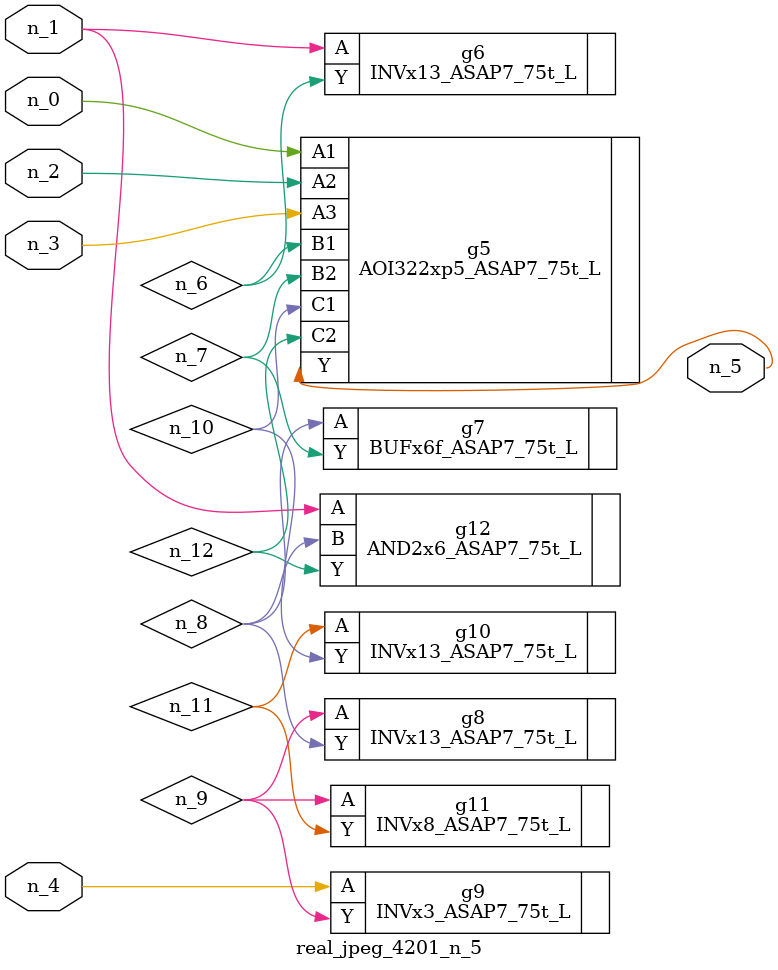
<source format=v>
module real_jpeg_4201_n_5 (n_4, n_0, n_1, n_2, n_3, n_5);

input n_4;
input n_0;
input n_1;
input n_2;
input n_3;

output n_5;

wire n_12;
wire n_8;
wire n_11;
wire n_6;
wire n_7;
wire n_10;
wire n_9;

AOI322xp5_ASAP7_75t_L g5 ( 
.A1(n_0),
.A2(n_2),
.A3(n_3),
.B1(n_6),
.B2(n_7),
.C1(n_10),
.C2(n_12),
.Y(n_5)
);

INVx13_ASAP7_75t_L g6 ( 
.A(n_1),
.Y(n_6)
);

AND2x6_ASAP7_75t_L g12 ( 
.A(n_1),
.B(n_8),
.Y(n_12)
);

INVx3_ASAP7_75t_L g9 ( 
.A(n_4),
.Y(n_9)
);

BUFx6f_ASAP7_75t_L g7 ( 
.A(n_8),
.Y(n_7)
);

INVx13_ASAP7_75t_L g8 ( 
.A(n_9),
.Y(n_8)
);

INVx8_ASAP7_75t_L g11 ( 
.A(n_9),
.Y(n_11)
);

INVx13_ASAP7_75t_L g10 ( 
.A(n_11),
.Y(n_10)
);


endmodule
</source>
